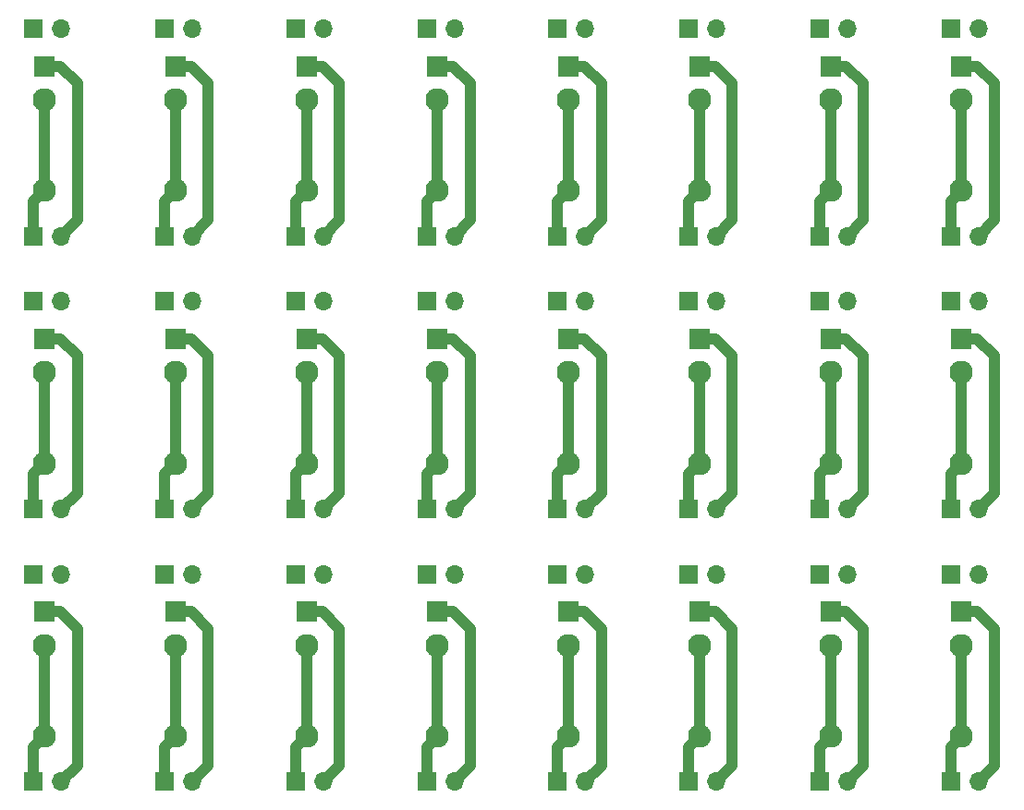
<source format=gbr>
%TF.GenerationSoftware,KiCad,Pcbnew,(6.0.0-0)*%
%TF.CreationDate,2022-11-30T22:12:16-05:00*%
%TF.ProjectId,AudioJack-Breakout,41756469-6f4a-4616-936b-2d427265616b,rev?*%
%TF.SameCoordinates,Original*%
%TF.FileFunction,Copper,L1,Top*%
%TF.FilePolarity,Positive*%
%FSLAX46Y46*%
G04 Gerber Fmt 4.6, Leading zero omitted, Abs format (unit mm)*
G04 Created by KiCad (PCBNEW (6.0.0-0)) date 2022-11-30 22:12:16*
%MOMM*%
%LPD*%
G01*
G04 APERTURE LIST*
%TA.AperFunction,ComponentPad*%
%ADD10R,1.700000X1.700000*%
%TD*%
%TA.AperFunction,ComponentPad*%
%ADD11O,1.700000X1.700000*%
%TD*%
%TA.AperFunction,ComponentPad*%
%ADD12R,1.930000X1.830000*%
%TD*%
%TA.AperFunction,ComponentPad*%
%ADD13C,2.130000*%
%TD*%
%TA.AperFunction,Conductor*%
%ADD14C,1.000000*%
%TD*%
G04 APERTURE END LIST*
D10*
%TO.P,J74,1,Pin_1*%
%TO.N,unconnected-(J8-Pad1)*%
X189000000Y-118000000D03*
D11*
%TO.P,J74,2,Pin_2*%
%TO.N,unconnected-(J8-Pad2)*%
X191540000Y-118000000D03*
%TD*%
D12*
%TO.P,J72,G*%
%TO.N,Net-(J3-PadG)*%
X190000000Y-121426000D03*
D13*
%TO.P,J72,S*%
%TO.N,Net-(J3-PadS)*%
X190000000Y-124526000D03*
%TO.P,J72,T*%
X190000000Y-132826000D03*
%TD*%
D10*
%TO.P,J73,1,Pin_1*%
%TO.N,Net-(J3-PadS)*%
X189000000Y-137000000D03*
D11*
%TO.P,J73,2,Pin_2*%
%TO.N,Net-(J3-PadG)*%
X191540000Y-137000000D03*
%TD*%
D10*
%TO.P,J71,1,Pin_1*%
%TO.N,unconnected-(J8-Pad1)*%
X177000000Y-118000000D03*
D11*
%TO.P,J71,2,Pin_2*%
%TO.N,unconnected-(J8-Pad2)*%
X179540000Y-118000000D03*
%TD*%
D12*
%TO.P,J69,G*%
%TO.N,Net-(J3-PadG)*%
X178000000Y-121426000D03*
D13*
%TO.P,J69,S*%
%TO.N,Net-(J3-PadS)*%
X178000000Y-124526000D03*
%TO.P,J69,T*%
X178000000Y-132826000D03*
%TD*%
D10*
%TO.P,J70,1,Pin_1*%
%TO.N,Net-(J3-PadS)*%
X177000000Y-137000000D03*
D11*
%TO.P,J70,2,Pin_2*%
%TO.N,Net-(J3-PadG)*%
X179540000Y-137000000D03*
%TD*%
D10*
%TO.P,J68,1,Pin_1*%
%TO.N,unconnected-(J8-Pad1)*%
X165000000Y-118000000D03*
D11*
%TO.P,J68,2,Pin_2*%
%TO.N,unconnected-(J8-Pad2)*%
X167540000Y-118000000D03*
%TD*%
D12*
%TO.P,J66,G*%
%TO.N,Net-(J3-PadG)*%
X166000000Y-121426000D03*
D13*
%TO.P,J66,S*%
%TO.N,Net-(J3-PadS)*%
X166000000Y-124526000D03*
%TO.P,J66,T*%
X166000000Y-132826000D03*
%TD*%
D10*
%TO.P,J67,1,Pin_1*%
%TO.N,Net-(J3-PadS)*%
X165000000Y-137000000D03*
D11*
%TO.P,J67,2,Pin_2*%
%TO.N,Net-(J3-PadG)*%
X167540000Y-137000000D03*
%TD*%
D10*
%TO.P,J65,1,Pin_1*%
%TO.N,unconnected-(J8-Pad1)*%
X153000000Y-118000000D03*
D11*
%TO.P,J65,2,Pin_2*%
%TO.N,unconnected-(J8-Pad2)*%
X155540000Y-118000000D03*
%TD*%
D12*
%TO.P,J63,G*%
%TO.N,Net-(J3-PadG)*%
X154000000Y-121426000D03*
D13*
%TO.P,J63,S*%
%TO.N,Net-(J3-PadS)*%
X154000000Y-124526000D03*
%TO.P,J63,T*%
X154000000Y-132826000D03*
%TD*%
D10*
%TO.P,J64,1,Pin_1*%
%TO.N,Net-(J3-PadS)*%
X153000000Y-137000000D03*
D11*
%TO.P,J64,2,Pin_2*%
%TO.N,Net-(J3-PadG)*%
X155540000Y-137000000D03*
%TD*%
D10*
%TO.P,J62,1,Pin_1*%
%TO.N,unconnected-(J8-Pad1)*%
X141000000Y-118000000D03*
D11*
%TO.P,J62,2,Pin_2*%
%TO.N,unconnected-(J8-Pad2)*%
X143540000Y-118000000D03*
%TD*%
D12*
%TO.P,J60,G*%
%TO.N,Net-(J3-PadG)*%
X142000000Y-121426000D03*
D13*
%TO.P,J60,S*%
%TO.N,Net-(J3-PadS)*%
X142000000Y-124526000D03*
%TO.P,J60,T*%
X142000000Y-132826000D03*
%TD*%
D10*
%TO.P,J61,1,Pin_1*%
%TO.N,Net-(J3-PadS)*%
X141000000Y-137000000D03*
D11*
%TO.P,J61,2,Pin_2*%
%TO.N,Net-(J3-PadG)*%
X143540000Y-137000000D03*
%TD*%
D10*
%TO.P,J59,1,Pin_1*%
%TO.N,unconnected-(J8-Pad1)*%
X129000000Y-118000000D03*
D11*
%TO.P,J59,2,Pin_2*%
%TO.N,unconnected-(J8-Pad2)*%
X131540000Y-118000000D03*
%TD*%
D12*
%TO.P,J57,G*%
%TO.N,Net-(J3-PadG)*%
X130000000Y-121426000D03*
D13*
%TO.P,J57,S*%
%TO.N,Net-(J3-PadS)*%
X130000000Y-124526000D03*
%TO.P,J57,T*%
X130000000Y-132826000D03*
%TD*%
D10*
%TO.P,J58,1,Pin_1*%
%TO.N,Net-(J3-PadS)*%
X129000000Y-137000000D03*
D11*
%TO.P,J58,2,Pin_2*%
%TO.N,Net-(J3-PadG)*%
X131540000Y-137000000D03*
%TD*%
D10*
%TO.P,J56,1,Pin_1*%
%TO.N,unconnected-(J8-Pad1)*%
X117000000Y-118000000D03*
D11*
%TO.P,J56,2,Pin_2*%
%TO.N,unconnected-(J8-Pad2)*%
X119540000Y-118000000D03*
%TD*%
D12*
%TO.P,J54,G*%
%TO.N,Net-(J3-PadG)*%
X118000000Y-121426000D03*
D13*
%TO.P,J54,S*%
%TO.N,Net-(J3-PadS)*%
X118000000Y-124526000D03*
%TO.P,J54,T*%
X118000000Y-132826000D03*
%TD*%
D10*
%TO.P,J55,1,Pin_1*%
%TO.N,Net-(J3-PadS)*%
X117000000Y-137000000D03*
D11*
%TO.P,J55,2,Pin_2*%
%TO.N,Net-(J3-PadG)*%
X119540000Y-137000000D03*
%TD*%
D10*
%TO.P,J53,1,Pin_1*%
%TO.N,unconnected-(J8-Pad1)*%
X105000000Y-118000000D03*
D11*
%TO.P,J53,2,Pin_2*%
%TO.N,unconnected-(J8-Pad2)*%
X107540000Y-118000000D03*
%TD*%
D12*
%TO.P,J51,G*%
%TO.N,Net-(J3-PadG)*%
X106000000Y-121426000D03*
D13*
%TO.P,J51,S*%
%TO.N,Net-(J3-PadS)*%
X106000000Y-124526000D03*
%TO.P,J51,T*%
X106000000Y-132826000D03*
%TD*%
D10*
%TO.P,J52,1,Pin_1*%
%TO.N,Net-(J3-PadS)*%
X105000000Y-137000000D03*
D11*
%TO.P,J52,2,Pin_2*%
%TO.N,Net-(J3-PadG)*%
X107540000Y-137000000D03*
%TD*%
D10*
%TO.P,J50,1,Pin_1*%
%TO.N,unconnected-(J8-Pad1)*%
X189000000Y-93000000D03*
D11*
%TO.P,J50,2,Pin_2*%
%TO.N,unconnected-(J8-Pad2)*%
X191540000Y-93000000D03*
%TD*%
D12*
%TO.P,J48,G*%
%TO.N,Net-(J3-PadG)*%
X190000000Y-96426000D03*
D13*
%TO.P,J48,S*%
%TO.N,Net-(J3-PadS)*%
X190000000Y-99526000D03*
%TO.P,J48,T*%
X190000000Y-107826000D03*
%TD*%
D10*
%TO.P,J49,1,Pin_1*%
%TO.N,Net-(J3-PadS)*%
X189000000Y-112000000D03*
D11*
%TO.P,J49,2,Pin_2*%
%TO.N,Net-(J3-PadG)*%
X191540000Y-112000000D03*
%TD*%
D10*
%TO.P,J47,1,Pin_1*%
%TO.N,unconnected-(J8-Pad1)*%
X177000000Y-93000000D03*
D11*
%TO.P,J47,2,Pin_2*%
%TO.N,unconnected-(J8-Pad2)*%
X179540000Y-93000000D03*
%TD*%
D12*
%TO.P,J45,G*%
%TO.N,Net-(J3-PadG)*%
X178000000Y-96426000D03*
D13*
%TO.P,J45,S*%
%TO.N,Net-(J3-PadS)*%
X178000000Y-99526000D03*
%TO.P,J45,T*%
X178000000Y-107826000D03*
%TD*%
D10*
%TO.P,J46,1,Pin_1*%
%TO.N,Net-(J3-PadS)*%
X177000000Y-112000000D03*
D11*
%TO.P,J46,2,Pin_2*%
%TO.N,Net-(J3-PadG)*%
X179540000Y-112000000D03*
%TD*%
D10*
%TO.P,J44,1,Pin_1*%
%TO.N,unconnected-(J8-Pad1)*%
X165000000Y-93000000D03*
D11*
%TO.P,J44,2,Pin_2*%
%TO.N,unconnected-(J8-Pad2)*%
X167540000Y-93000000D03*
%TD*%
D12*
%TO.P,J42,G*%
%TO.N,Net-(J3-PadG)*%
X166000000Y-96426000D03*
D13*
%TO.P,J42,S*%
%TO.N,Net-(J3-PadS)*%
X166000000Y-99526000D03*
%TO.P,J42,T*%
X166000000Y-107826000D03*
%TD*%
D10*
%TO.P,J43,1,Pin_1*%
%TO.N,Net-(J3-PadS)*%
X165000000Y-112000000D03*
D11*
%TO.P,J43,2,Pin_2*%
%TO.N,Net-(J3-PadG)*%
X167540000Y-112000000D03*
%TD*%
D10*
%TO.P,J41,1,Pin_1*%
%TO.N,unconnected-(J8-Pad1)*%
X153000000Y-93000000D03*
D11*
%TO.P,J41,2,Pin_2*%
%TO.N,unconnected-(J8-Pad2)*%
X155540000Y-93000000D03*
%TD*%
D12*
%TO.P,J39,G*%
%TO.N,Net-(J3-PadG)*%
X154000000Y-96426000D03*
D13*
%TO.P,J39,S*%
%TO.N,Net-(J3-PadS)*%
X154000000Y-99526000D03*
%TO.P,J39,T*%
X154000000Y-107826000D03*
%TD*%
D10*
%TO.P,J40,1,Pin_1*%
%TO.N,Net-(J3-PadS)*%
X153000000Y-112000000D03*
D11*
%TO.P,J40,2,Pin_2*%
%TO.N,Net-(J3-PadG)*%
X155540000Y-112000000D03*
%TD*%
D10*
%TO.P,J38,1,Pin_1*%
%TO.N,unconnected-(J8-Pad1)*%
X141000000Y-93000000D03*
D11*
%TO.P,J38,2,Pin_2*%
%TO.N,unconnected-(J8-Pad2)*%
X143540000Y-93000000D03*
%TD*%
D12*
%TO.P,J36,G*%
%TO.N,Net-(J3-PadG)*%
X142000000Y-96426000D03*
D13*
%TO.P,J36,S*%
%TO.N,Net-(J3-PadS)*%
X142000000Y-99526000D03*
%TO.P,J36,T*%
X142000000Y-107826000D03*
%TD*%
D10*
%TO.P,J37,1,Pin_1*%
%TO.N,Net-(J3-PadS)*%
X141000000Y-112000000D03*
D11*
%TO.P,J37,2,Pin_2*%
%TO.N,Net-(J3-PadG)*%
X143540000Y-112000000D03*
%TD*%
D10*
%TO.P,J35,1,Pin_1*%
%TO.N,unconnected-(J8-Pad1)*%
X129000000Y-93000000D03*
D11*
%TO.P,J35,2,Pin_2*%
%TO.N,unconnected-(J8-Pad2)*%
X131540000Y-93000000D03*
%TD*%
D12*
%TO.P,J33,G*%
%TO.N,Net-(J3-PadG)*%
X130000000Y-96426000D03*
D13*
%TO.P,J33,S*%
%TO.N,Net-(J3-PadS)*%
X130000000Y-99526000D03*
%TO.P,J33,T*%
X130000000Y-107826000D03*
%TD*%
D10*
%TO.P,J34,1,Pin_1*%
%TO.N,Net-(J3-PadS)*%
X129000000Y-112000000D03*
D11*
%TO.P,J34,2,Pin_2*%
%TO.N,Net-(J3-PadG)*%
X131540000Y-112000000D03*
%TD*%
D10*
%TO.P,J32,1,Pin_1*%
%TO.N,unconnected-(J8-Pad1)*%
X117000000Y-93000000D03*
D11*
%TO.P,J32,2,Pin_2*%
%TO.N,unconnected-(J8-Pad2)*%
X119540000Y-93000000D03*
%TD*%
D12*
%TO.P,J30,G*%
%TO.N,Net-(J3-PadG)*%
X118000000Y-96426000D03*
D13*
%TO.P,J30,S*%
%TO.N,Net-(J3-PadS)*%
X118000000Y-99526000D03*
%TO.P,J30,T*%
X118000000Y-107826000D03*
%TD*%
D10*
%TO.P,J31,1,Pin_1*%
%TO.N,Net-(J3-PadS)*%
X117000000Y-112000000D03*
D11*
%TO.P,J31,2,Pin_2*%
%TO.N,Net-(J3-PadG)*%
X119540000Y-112000000D03*
%TD*%
D10*
%TO.P,J29,1,Pin_1*%
%TO.N,unconnected-(J8-Pad1)*%
X105000000Y-93000000D03*
D11*
%TO.P,J29,2,Pin_2*%
%TO.N,unconnected-(J8-Pad2)*%
X107540000Y-93000000D03*
%TD*%
D12*
%TO.P,J27,G*%
%TO.N,Net-(J3-PadG)*%
X106000000Y-96426000D03*
D13*
%TO.P,J27,S*%
%TO.N,Net-(J3-PadS)*%
X106000000Y-99526000D03*
%TO.P,J27,T*%
X106000000Y-107826000D03*
%TD*%
D10*
%TO.P,J28,1,Pin_1*%
%TO.N,Net-(J3-PadS)*%
X105000000Y-112000000D03*
D11*
%TO.P,J28,2,Pin_2*%
%TO.N,Net-(J3-PadG)*%
X107540000Y-112000000D03*
%TD*%
D10*
%TO.P,J26,1,Pin_1*%
%TO.N,unconnected-(J8-Pad1)*%
X189000000Y-68000000D03*
D11*
%TO.P,J26,2,Pin_2*%
%TO.N,unconnected-(J8-Pad2)*%
X191540000Y-68000000D03*
%TD*%
D12*
%TO.P,J24,G*%
%TO.N,Net-(J3-PadG)*%
X190000000Y-71426000D03*
D13*
%TO.P,J24,S*%
%TO.N,Net-(J3-PadS)*%
X190000000Y-74526000D03*
%TO.P,J24,T*%
X190000000Y-82826000D03*
%TD*%
D10*
%TO.P,J25,1,Pin_1*%
%TO.N,Net-(J3-PadS)*%
X189000000Y-87000000D03*
D11*
%TO.P,J25,2,Pin_2*%
%TO.N,Net-(J3-PadG)*%
X191540000Y-87000000D03*
%TD*%
D10*
%TO.P,J23,1,Pin_1*%
%TO.N,unconnected-(J8-Pad1)*%
X177000000Y-68000000D03*
D11*
%TO.P,J23,2,Pin_2*%
%TO.N,unconnected-(J8-Pad2)*%
X179540000Y-68000000D03*
%TD*%
D12*
%TO.P,J21,G*%
%TO.N,Net-(J3-PadG)*%
X178000000Y-71426000D03*
D13*
%TO.P,J21,S*%
%TO.N,Net-(J3-PadS)*%
X178000000Y-74526000D03*
%TO.P,J21,T*%
X178000000Y-82826000D03*
%TD*%
D10*
%TO.P,J22,1,Pin_1*%
%TO.N,Net-(J3-PadS)*%
X177000000Y-87000000D03*
D11*
%TO.P,J22,2,Pin_2*%
%TO.N,Net-(J3-PadG)*%
X179540000Y-87000000D03*
%TD*%
D10*
%TO.P,J20,1,Pin_1*%
%TO.N,unconnected-(J8-Pad1)*%
X165000000Y-68000000D03*
D11*
%TO.P,J20,2,Pin_2*%
%TO.N,unconnected-(J8-Pad2)*%
X167540000Y-68000000D03*
%TD*%
D12*
%TO.P,J18,G*%
%TO.N,Net-(J3-PadG)*%
X166000000Y-71426000D03*
D13*
%TO.P,J18,S*%
%TO.N,Net-(J3-PadS)*%
X166000000Y-74526000D03*
%TO.P,J18,T*%
X166000000Y-82826000D03*
%TD*%
D10*
%TO.P,J19,1,Pin_1*%
%TO.N,Net-(J3-PadS)*%
X165000000Y-87000000D03*
D11*
%TO.P,J19,2,Pin_2*%
%TO.N,Net-(J3-PadG)*%
X167540000Y-87000000D03*
%TD*%
D10*
%TO.P,J17,1,Pin_1*%
%TO.N,unconnected-(J8-Pad1)*%
X153000000Y-68000000D03*
D11*
%TO.P,J17,2,Pin_2*%
%TO.N,unconnected-(J8-Pad2)*%
X155540000Y-68000000D03*
%TD*%
D12*
%TO.P,J15,G*%
%TO.N,Net-(J3-PadG)*%
X154000000Y-71426000D03*
D13*
%TO.P,J15,S*%
%TO.N,Net-(J3-PadS)*%
X154000000Y-74526000D03*
%TO.P,J15,T*%
X154000000Y-82826000D03*
%TD*%
D10*
%TO.P,J16,1,Pin_1*%
%TO.N,Net-(J3-PadS)*%
X153000000Y-87000000D03*
D11*
%TO.P,J16,2,Pin_2*%
%TO.N,Net-(J3-PadG)*%
X155540000Y-87000000D03*
%TD*%
D10*
%TO.P,J14,1,Pin_1*%
%TO.N,unconnected-(J8-Pad1)*%
X141000000Y-68000000D03*
D11*
%TO.P,J14,2,Pin_2*%
%TO.N,unconnected-(J8-Pad2)*%
X143540000Y-68000000D03*
%TD*%
D12*
%TO.P,J12,G*%
%TO.N,Net-(J3-PadG)*%
X142000000Y-71426000D03*
D13*
%TO.P,J12,S*%
%TO.N,Net-(J3-PadS)*%
X142000000Y-74526000D03*
%TO.P,J12,T*%
X142000000Y-82826000D03*
%TD*%
D10*
%TO.P,J13,1,Pin_1*%
%TO.N,Net-(J3-PadS)*%
X141000000Y-87000000D03*
D11*
%TO.P,J13,2,Pin_2*%
%TO.N,Net-(J3-PadG)*%
X143540000Y-87000000D03*
%TD*%
D10*
%TO.P,J11,1,Pin_1*%
%TO.N,unconnected-(J8-Pad1)*%
X129000000Y-68000000D03*
D11*
%TO.P,J11,2,Pin_2*%
%TO.N,unconnected-(J8-Pad2)*%
X131540000Y-68000000D03*
%TD*%
D12*
%TO.P,J7,G*%
%TO.N,Net-(J3-PadG)*%
X130000000Y-71426000D03*
D13*
%TO.P,J7,S*%
%TO.N,Net-(J3-PadS)*%
X130000000Y-74526000D03*
%TO.P,J7,T*%
X130000000Y-82826000D03*
%TD*%
D10*
%TO.P,J10,1,Pin_1*%
%TO.N,Net-(J3-PadS)*%
X129000000Y-87000000D03*
D11*
%TO.P,J10,2,Pin_2*%
%TO.N,Net-(J3-PadG)*%
X131540000Y-87000000D03*
%TD*%
D10*
%TO.P,J9,1,Pin_1*%
%TO.N,unconnected-(J8-Pad1)*%
X117000000Y-68000000D03*
D11*
%TO.P,J9,2,Pin_2*%
%TO.N,unconnected-(J8-Pad2)*%
X119540000Y-68000000D03*
%TD*%
D12*
%TO.P,J5,G*%
%TO.N,Net-(J3-PadG)*%
X118000000Y-71426000D03*
D13*
%TO.P,J5,S*%
%TO.N,Net-(J3-PadS)*%
X118000000Y-74526000D03*
%TO.P,J5,T*%
X118000000Y-82826000D03*
%TD*%
D10*
%TO.P,J6,1,Pin_1*%
%TO.N,Net-(J3-PadS)*%
X117000000Y-87000000D03*
D11*
%TO.P,J6,2,Pin_2*%
%TO.N,Net-(J3-PadG)*%
X119540000Y-87000000D03*
%TD*%
D10*
%TO.P,J4,1,Pin_1*%
%TO.N,Net-(J3-PadS)*%
X105000000Y-87000000D03*
D11*
%TO.P,J4,2,Pin_2*%
%TO.N,Net-(J3-PadG)*%
X107540000Y-87000000D03*
%TD*%
D12*
%TO.P,J3,G*%
%TO.N,Net-(J3-PadG)*%
X106000000Y-71426000D03*
D13*
%TO.P,J3,S*%
%TO.N,Net-(J3-PadS)*%
X106000000Y-74526000D03*
%TO.P,J3,T*%
X106000000Y-82826000D03*
%TD*%
D10*
%TO.P,J8,1,Pin_1*%
%TO.N,unconnected-(J8-Pad1)*%
X105000000Y-68000000D03*
D11*
%TO.P,J8,2,Pin_2*%
%TO.N,unconnected-(J8-Pad2)*%
X107540000Y-68000000D03*
%TD*%
D14*
%TO.N,Net-(J3-PadG)*%
X191426000Y-121426000D02*
X190000000Y-121426000D01*
X193000000Y-123000000D02*
X191426000Y-121426000D01*
X191540000Y-137000000D02*
X193000000Y-135540000D01*
X193000000Y-135540000D02*
X193000000Y-123000000D01*
%TO.N,Net-(J3-PadS)*%
X189000000Y-137000000D02*
X189000000Y-133826000D01*
X189000000Y-133826000D02*
X190000000Y-132826000D01*
X190000000Y-124526000D02*
X190000000Y-132826000D01*
%TO.N,Net-(J3-PadG)*%
X179426000Y-121426000D02*
X178000000Y-121426000D01*
X181000000Y-123000000D02*
X179426000Y-121426000D01*
X179540000Y-137000000D02*
X181000000Y-135540000D01*
X181000000Y-135540000D02*
X181000000Y-123000000D01*
%TO.N,Net-(J3-PadS)*%
X177000000Y-137000000D02*
X177000000Y-133826000D01*
X177000000Y-133826000D02*
X178000000Y-132826000D01*
X178000000Y-124526000D02*
X178000000Y-132826000D01*
%TO.N,Net-(J3-PadG)*%
X167426000Y-121426000D02*
X166000000Y-121426000D01*
X169000000Y-123000000D02*
X167426000Y-121426000D01*
X167540000Y-137000000D02*
X169000000Y-135540000D01*
X169000000Y-135540000D02*
X169000000Y-123000000D01*
%TO.N,Net-(J3-PadS)*%
X165000000Y-137000000D02*
X165000000Y-133826000D01*
X165000000Y-133826000D02*
X166000000Y-132826000D01*
X166000000Y-124526000D02*
X166000000Y-132826000D01*
%TO.N,Net-(J3-PadG)*%
X155426000Y-121426000D02*
X154000000Y-121426000D01*
X157000000Y-123000000D02*
X155426000Y-121426000D01*
X155540000Y-137000000D02*
X157000000Y-135540000D01*
X157000000Y-135540000D02*
X157000000Y-123000000D01*
%TO.N,Net-(J3-PadS)*%
X153000000Y-137000000D02*
X153000000Y-133826000D01*
X153000000Y-133826000D02*
X154000000Y-132826000D01*
X154000000Y-124526000D02*
X154000000Y-132826000D01*
%TO.N,Net-(J3-PadG)*%
X143426000Y-121426000D02*
X142000000Y-121426000D01*
X145000000Y-123000000D02*
X143426000Y-121426000D01*
X143540000Y-137000000D02*
X145000000Y-135540000D01*
X145000000Y-135540000D02*
X145000000Y-123000000D01*
%TO.N,Net-(J3-PadS)*%
X141000000Y-137000000D02*
X141000000Y-133826000D01*
X141000000Y-133826000D02*
X142000000Y-132826000D01*
X142000000Y-124526000D02*
X142000000Y-132826000D01*
%TO.N,Net-(J3-PadG)*%
X131426000Y-121426000D02*
X130000000Y-121426000D01*
X133000000Y-123000000D02*
X131426000Y-121426000D01*
X131540000Y-137000000D02*
X133000000Y-135540000D01*
X133000000Y-135540000D02*
X133000000Y-123000000D01*
%TO.N,Net-(J3-PadS)*%
X129000000Y-137000000D02*
X129000000Y-133826000D01*
X129000000Y-133826000D02*
X130000000Y-132826000D01*
X130000000Y-124526000D02*
X130000000Y-132826000D01*
%TO.N,Net-(J3-PadG)*%
X119426000Y-121426000D02*
X118000000Y-121426000D01*
X121000000Y-123000000D02*
X119426000Y-121426000D01*
X119540000Y-137000000D02*
X121000000Y-135540000D01*
X121000000Y-135540000D02*
X121000000Y-123000000D01*
%TO.N,Net-(J3-PadS)*%
X117000000Y-137000000D02*
X117000000Y-133826000D01*
X117000000Y-133826000D02*
X118000000Y-132826000D01*
X118000000Y-124526000D02*
X118000000Y-132826000D01*
%TO.N,Net-(J3-PadG)*%
X107426000Y-121426000D02*
X106000000Y-121426000D01*
X109000000Y-123000000D02*
X107426000Y-121426000D01*
X107540000Y-137000000D02*
X109000000Y-135540000D01*
X109000000Y-135540000D02*
X109000000Y-123000000D01*
%TO.N,Net-(J3-PadS)*%
X105000000Y-137000000D02*
X105000000Y-133826000D01*
X105000000Y-133826000D02*
X106000000Y-132826000D01*
X106000000Y-124526000D02*
X106000000Y-132826000D01*
%TO.N,Net-(J3-PadG)*%
X191426000Y-96426000D02*
X190000000Y-96426000D01*
X193000000Y-98000000D02*
X191426000Y-96426000D01*
X191540000Y-112000000D02*
X193000000Y-110540000D01*
X193000000Y-110540000D02*
X193000000Y-98000000D01*
%TO.N,Net-(J3-PadS)*%
X189000000Y-112000000D02*
X189000000Y-108826000D01*
X189000000Y-108826000D02*
X190000000Y-107826000D01*
X190000000Y-99526000D02*
X190000000Y-107826000D01*
%TO.N,Net-(J3-PadG)*%
X179426000Y-96426000D02*
X178000000Y-96426000D01*
X181000000Y-98000000D02*
X179426000Y-96426000D01*
X179540000Y-112000000D02*
X181000000Y-110540000D01*
X181000000Y-110540000D02*
X181000000Y-98000000D01*
%TO.N,Net-(J3-PadS)*%
X177000000Y-112000000D02*
X177000000Y-108826000D01*
X177000000Y-108826000D02*
X178000000Y-107826000D01*
X178000000Y-99526000D02*
X178000000Y-107826000D01*
%TO.N,Net-(J3-PadG)*%
X167426000Y-96426000D02*
X166000000Y-96426000D01*
X169000000Y-98000000D02*
X167426000Y-96426000D01*
X167540000Y-112000000D02*
X169000000Y-110540000D01*
X169000000Y-110540000D02*
X169000000Y-98000000D01*
%TO.N,Net-(J3-PadS)*%
X165000000Y-112000000D02*
X165000000Y-108826000D01*
X165000000Y-108826000D02*
X166000000Y-107826000D01*
X166000000Y-99526000D02*
X166000000Y-107826000D01*
%TO.N,Net-(J3-PadG)*%
X155426000Y-96426000D02*
X154000000Y-96426000D01*
X157000000Y-98000000D02*
X155426000Y-96426000D01*
X155540000Y-112000000D02*
X157000000Y-110540000D01*
X157000000Y-110540000D02*
X157000000Y-98000000D01*
%TO.N,Net-(J3-PadS)*%
X153000000Y-112000000D02*
X153000000Y-108826000D01*
X153000000Y-108826000D02*
X154000000Y-107826000D01*
X154000000Y-99526000D02*
X154000000Y-107826000D01*
%TO.N,Net-(J3-PadG)*%
X143426000Y-96426000D02*
X142000000Y-96426000D01*
X145000000Y-98000000D02*
X143426000Y-96426000D01*
X143540000Y-112000000D02*
X145000000Y-110540000D01*
X145000000Y-110540000D02*
X145000000Y-98000000D01*
%TO.N,Net-(J3-PadS)*%
X141000000Y-112000000D02*
X141000000Y-108826000D01*
X141000000Y-108826000D02*
X142000000Y-107826000D01*
X142000000Y-99526000D02*
X142000000Y-107826000D01*
%TO.N,Net-(J3-PadG)*%
X131426000Y-96426000D02*
X130000000Y-96426000D01*
X133000000Y-98000000D02*
X131426000Y-96426000D01*
X131540000Y-112000000D02*
X133000000Y-110540000D01*
X133000000Y-110540000D02*
X133000000Y-98000000D01*
%TO.N,Net-(J3-PadS)*%
X129000000Y-112000000D02*
X129000000Y-108826000D01*
X129000000Y-108826000D02*
X130000000Y-107826000D01*
X130000000Y-99526000D02*
X130000000Y-107826000D01*
%TO.N,Net-(J3-PadG)*%
X119426000Y-96426000D02*
X118000000Y-96426000D01*
X121000000Y-98000000D02*
X119426000Y-96426000D01*
X119540000Y-112000000D02*
X121000000Y-110540000D01*
X121000000Y-110540000D02*
X121000000Y-98000000D01*
%TO.N,Net-(J3-PadS)*%
X117000000Y-112000000D02*
X117000000Y-108826000D01*
X117000000Y-108826000D02*
X118000000Y-107826000D01*
X118000000Y-99526000D02*
X118000000Y-107826000D01*
%TO.N,Net-(J3-PadG)*%
X107426000Y-96426000D02*
X106000000Y-96426000D01*
X109000000Y-98000000D02*
X107426000Y-96426000D01*
X107540000Y-112000000D02*
X109000000Y-110540000D01*
X109000000Y-110540000D02*
X109000000Y-98000000D01*
%TO.N,Net-(J3-PadS)*%
X105000000Y-112000000D02*
X105000000Y-108826000D01*
X105000000Y-108826000D02*
X106000000Y-107826000D01*
X106000000Y-99526000D02*
X106000000Y-107826000D01*
%TO.N,Net-(J3-PadG)*%
X191426000Y-71426000D02*
X190000000Y-71426000D01*
X193000000Y-73000000D02*
X191426000Y-71426000D01*
X191540000Y-87000000D02*
X193000000Y-85540000D01*
X193000000Y-85540000D02*
X193000000Y-73000000D01*
%TO.N,Net-(J3-PadS)*%
X189000000Y-87000000D02*
X189000000Y-83826000D01*
X189000000Y-83826000D02*
X190000000Y-82826000D01*
X190000000Y-74526000D02*
X190000000Y-82826000D01*
%TO.N,Net-(J3-PadG)*%
X179426000Y-71426000D02*
X178000000Y-71426000D01*
X181000000Y-73000000D02*
X179426000Y-71426000D01*
X179540000Y-87000000D02*
X181000000Y-85540000D01*
X181000000Y-85540000D02*
X181000000Y-73000000D01*
%TO.N,Net-(J3-PadS)*%
X177000000Y-87000000D02*
X177000000Y-83826000D01*
X177000000Y-83826000D02*
X178000000Y-82826000D01*
X178000000Y-74526000D02*
X178000000Y-82826000D01*
%TO.N,Net-(J3-PadG)*%
X167426000Y-71426000D02*
X166000000Y-71426000D01*
X169000000Y-73000000D02*
X167426000Y-71426000D01*
X167540000Y-87000000D02*
X169000000Y-85540000D01*
X169000000Y-85540000D02*
X169000000Y-73000000D01*
%TO.N,Net-(J3-PadS)*%
X165000000Y-87000000D02*
X165000000Y-83826000D01*
X165000000Y-83826000D02*
X166000000Y-82826000D01*
X166000000Y-74526000D02*
X166000000Y-82826000D01*
%TO.N,Net-(J3-PadG)*%
X155426000Y-71426000D02*
X154000000Y-71426000D01*
X157000000Y-73000000D02*
X155426000Y-71426000D01*
X155540000Y-87000000D02*
X157000000Y-85540000D01*
X157000000Y-85540000D02*
X157000000Y-73000000D01*
%TO.N,Net-(J3-PadS)*%
X153000000Y-87000000D02*
X153000000Y-83826000D01*
X153000000Y-83826000D02*
X154000000Y-82826000D01*
X154000000Y-74526000D02*
X154000000Y-82826000D01*
%TO.N,Net-(J3-PadG)*%
X143426000Y-71426000D02*
X142000000Y-71426000D01*
X145000000Y-73000000D02*
X143426000Y-71426000D01*
X143540000Y-87000000D02*
X145000000Y-85540000D01*
X145000000Y-85540000D02*
X145000000Y-73000000D01*
%TO.N,Net-(J3-PadS)*%
X141000000Y-87000000D02*
X141000000Y-83826000D01*
X141000000Y-83826000D02*
X142000000Y-82826000D01*
X142000000Y-74526000D02*
X142000000Y-82826000D01*
%TO.N,Net-(J3-PadG)*%
X131426000Y-71426000D02*
X130000000Y-71426000D01*
X133000000Y-73000000D02*
X131426000Y-71426000D01*
X131540000Y-87000000D02*
X133000000Y-85540000D01*
X133000000Y-85540000D02*
X133000000Y-73000000D01*
%TO.N,Net-(J3-PadS)*%
X129000000Y-87000000D02*
X129000000Y-83826000D01*
X129000000Y-83826000D02*
X130000000Y-82826000D01*
X130000000Y-74526000D02*
X130000000Y-82826000D01*
%TO.N,Net-(J3-PadG)*%
X119426000Y-71426000D02*
X118000000Y-71426000D01*
X121000000Y-73000000D02*
X119426000Y-71426000D01*
X119540000Y-87000000D02*
X121000000Y-85540000D01*
X121000000Y-85540000D02*
X121000000Y-73000000D01*
%TO.N,Net-(J3-PadS)*%
X117000000Y-87000000D02*
X117000000Y-83826000D01*
X117000000Y-83826000D02*
X118000000Y-82826000D01*
X118000000Y-74526000D02*
X118000000Y-82826000D01*
X105000000Y-87000000D02*
X105000000Y-83826000D01*
X105000000Y-83826000D02*
X106000000Y-82826000D01*
%TO.N,Net-(J3-PadG)*%
X107540000Y-87000000D02*
X109000000Y-85540000D01*
X107426000Y-71426000D02*
X106000000Y-71426000D01*
X109000000Y-85540000D02*
X109000000Y-73000000D01*
X109000000Y-73000000D02*
X107426000Y-71426000D01*
%TO.N,Net-(J3-PadS)*%
X106000000Y-74526000D02*
X106000000Y-82826000D01*
%TD*%
M02*

</source>
